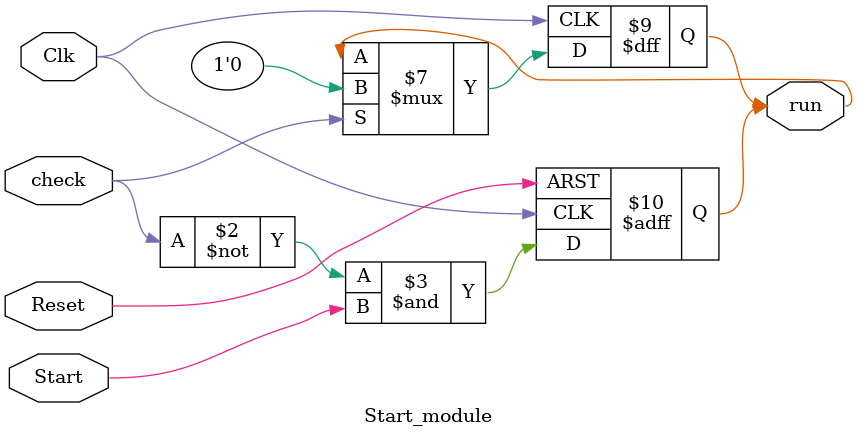
<source format=v>
module Start_module (
    input Start, Clk, check, Reset,
    output reg run
);
    initial begin
        run = 1'b0;
    end
    
    always @(posedge Clk or posedge Reset) begin
        if (Reset) begin
            run = 1'b0;
        end 
        else begin
            run = (~check) & Start;
        end
    end

    always @(negedge Clk) begin
        if (check) begin
            run = 1'b0;
        end
    end
endmodule

</source>
